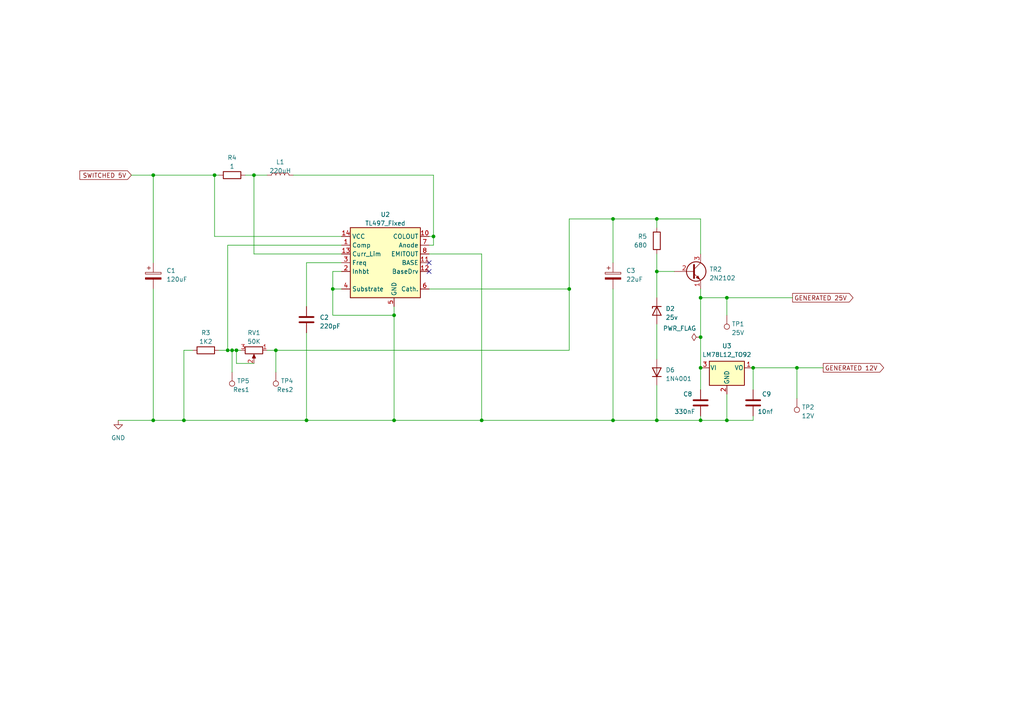
<source format=kicad_sch>
(kicad_sch (version 20231120) (generator "eeschema") (generator_version "8.0")
  (paper "A4")
  (title_block (title "EPROM Burner 2708 / 2716") (date "2023-09-01") (rev "2.6"))
  (lib_symbols
    (symbol "80bus:2N2102" (pin_names (offset 0) hide)
      (property "Reference" "Q" (at 5.08 1.905 0))
      (property "Value" "2N2102" (at 5.08 0 0))
      (symbol "2N2102_0_1"
        (polyline (pts (xy 0.635 0.635) (xy 2.54 2.54)))
        (polyline (pts (xy 0.635 -0.635) (xy 2.54 -2.54) (xy 2.54 -2.54)))
        (polyline (pts (xy 0.635 1.905) (xy 0.635 -1.905) (xy 0.635 -1.905)) (stroke (width 0.508)))
        (polyline (pts (xy 1.27 -1.778) (xy 1.778 -1.27) (xy 2.286 -2.286) (xy 1.27 -1.778) (xy 1.27 -1.778)) (fill (type outline)))
        (circle (center 1.27 0) (radius 2.8194) (stroke (width 0.254)))
      )
      (symbol "2N2102_1_1"
        (pin passive line (at 2.54 -5.08 90) (length 2.54) (name "E") (number "1"))
        (pin passive line (at -5.08 0 0) (length 5.715) (name "B") (number "2"))
        (pin passive line (at 2.54 5.08 270) (length 2.54) (name "C") (number "3"))
      )
    )
    (symbol "80bus:TL497_Fixed"
      (property "Reference" "U" (at -10.16 11.43 0))
      (property "Value" "TL497_Fixed" (at 1.27 11.43 0))
      (symbol "TL497_Fixed_0_1"
        (rectangle (start -10.16 10.16) (end 10.16 -10.16) (stroke (width 0.254)) (fill (type background)))
      )
      (symbol "TL497_Fixed_1_1"
        (pin input line (at -12.7 5.08 0) (length 2.54) (name "Comp") (number "1"))
        (pin open_collector line (at 12.7 7.62 180) (length 2.54) (name "COLOUT") (number "10"))
        (pin passive line (at 12.7 0 180) (length 2.54) (name "BASE") (number "11"))
        (pin passive line (at 12.7 -2.54 180) (length 2.54) (name "BaseDrv") (number "12"))
        (pin input line (at -12.7 2.54 0) (length 2.54) (name "Curr_Lim") (number "13"))
        (pin power_in line (at -12.7 7.62 0) (length 2.54) (name "VCC") (number "14"))
        (pin input line (at -12.7 -2.54 0) (length 2.54) (name "Inhbt") (number "2"))
        (pin input line (at -12.7 0 0) (length 2.54) (name "Freq") (number "3"))
        (pin input line (at -12.7 -7.62 0) (length 2.54) (name "Substrate") (number "4"))
        (pin power_in line (at 2.54 -12.7 90) (length 2.54) (name "GND") (number "5"))
        (pin passive line (at 12.7 -7.62 180) (length 2.54) (name "Cath.") (number "6"))
        (pin passive line (at 12.7 5.08 180) (length 2.54) (name "Anode") (number "7"))
        (pin power_in line (at 12.7 2.54 180) (length 2.54) (name "EMITOUT") (number "8"))
        (pin no_connect line (at -10.16 -5.08 0) (length 2.54) hide (name "NC") (number "9"))
      )
    )
    (symbol "Connector:TestPoint" (pin_numbers hide) (pin_names (offset 0.762) hide)
      (property "Reference" "TP" (at 0 6.858 0))
      (property "Value" "TestPoint" (at 0 5.08 0))
      (symbol "TestPoint_0_1"
        (circle (center 0 3.302) (radius 0.762))
      )
      (symbol "TestPoint_1_1"
        (pin passive line (at 0 0 90) (length 2.54) (name "1") (number "1"))
      )
    )
    (symbol "Device:C" (pin_numbers hide) (pin_names (offset 0.254))
      (property "Reference" "C" (at 0.635 2.54 0))
      (property "Value" "C" (at 0.635 -2.54 0))
      (symbol "C_0_1"
        (polyline (pts (xy -2.032 -0.762) (xy 2.032 -0.762)) (stroke (width 0.508)))
        (polyline (pts (xy -2.032 0.762) (xy 2.032 0.762)) (stroke (width 0.508)))
      )
      (symbol "C_1_1"
        (pin passive line (at 0 3.81 270) (length 2.794) (name "~") (number "1"))
        (pin passive line (at 0 -3.81 90) (length 2.794) (name "~") (number "2"))
      )
    )
    (symbol "Device:C_Polarized" (pin_numbers hide) (pin_names (offset 0.254))
      (property "Reference" "C" (at 0.635 2.54 0))
      (property "Value" "C_Polarized" (at 0.635 -2.54 0))
      (symbol "C_Polarized_0_1"
        (rectangle (start -2.286 0.508) (end 2.286 1.016))
        (polyline (pts (xy -1.778 2.286) (xy -0.762 2.286)))
        (polyline (pts (xy -1.27 2.794) (xy -1.27 1.778)))
        (rectangle (start 2.286 -0.508) (end -2.286 -1.016) (fill (type outline)))
      )
      (symbol "C_Polarized_1_1"
        (pin passive line (at 0 3.81 270) (length 2.794) (name "~") (number "1"))
        (pin passive line (at 0 -3.81 90) (length 2.794) (name "~") (number "2"))
      )
    )
    (symbol "Device:D_Zener" (pin_numbers hide) (pin_names (offset 1.016) hide)
      (property "Reference" "D" (at 0 2.54 0))
      (property "Value" "D_Zener" (at 0 -2.54 0))
      (symbol "D_Zener_0_1"
        (polyline (pts (xy 1.27 0) (xy -1.27 0)))
        (polyline (pts (xy -1.27 -1.27) (xy -1.27 1.27) (xy -0.762 1.27)) (stroke (width 0.254)))
        (polyline (pts (xy 1.27 -1.27) (xy 1.27 1.27) (xy -1.27 0) (xy 1.27 -1.27)) (stroke (width 0.254)))
      )
      (symbol "D_Zener_1_1"
        (pin passive line (at -3.81 0 0) (length 2.54) (name "K") (number "1"))
        (pin passive line (at 3.81 0 180) (length 2.54) (name "A") (number "2"))
      )
    )
    (symbol "Device:L" (pin_numbers hide) (pin_names (offset 1.016) hide)
      (property "Reference" "L" (at -1.27 0 90))
      (property "Value" "L" (at 1.905 0 90))
      (symbol "L_0_1"
        (arc (start 0 -2.54) (mid 0.6323 -1.905) (end 0 -1.27))
        (arc (start 0 -1.27) (mid 0.6323 -0.635) (end 0 0))
        (arc (start 0 0) (mid 0.6323 0.635) (end 0 1.27))
        (arc (start 0 1.27) (mid 0.6323 1.905) (end 0 2.54))
      )
      (symbol "L_1_1"
        (pin passive line (at 0 3.81 270) (length 1.27) (name "1") (number "1"))
        (pin passive line (at 0 -3.81 90) (length 1.27) (name "2") (number "2"))
      )
    )
    (symbol "Device:R" (pin_numbers hide) (pin_names (offset 0))
      (property "Reference" "R" (at 2.032 0 90))
      (property "Value" "R" (at 0 0 90))
      (symbol "R_0_1"
        (rectangle (start -1.016 -2.54) (end 1.016 2.54) (stroke (width 0.254)))
      )
      (symbol "R_1_1"
        (pin passive line (at 0 3.81 270) (length 1.27) (name "~") (number "1"))
        (pin passive line (at 0 -3.81 90) (length 1.27) (name "~") (number "2"))
      )
    )
    (symbol "Device:R_Potentiometer" (pin_names (offset 1.016) hide)
      (property "Reference" "RV" (at -4.445 0 90))
      (property "Value" "R_Potentiometer" (at -2.54 0 90))
      (symbol "R_Potentiometer_0_1"
        (polyline (pts (xy 2.54 0) (xy 1.524 0)))
        (polyline (pts (xy 1.143 0) (xy 2.286 0.508) (xy 2.286 -0.508) (xy 1.143 0)) (fill (type outline)))
        (rectangle (start 1.016 2.54) (end -1.016 -2.54) (stroke (width 0.254)))
      )
      (symbol "R_Potentiometer_1_1"
        (pin passive line (at 0 3.81 270) (length 1.27) (name "1") (number "1"))
        (pin passive line (at 3.81 0 180) (length 1.27) (name "2") (number "2"))
        (pin passive line (at 0 -3.81 90) (length 1.27) (name "3") (number "3"))
      )
    )
    (symbol "Diode:1N4001" (pin_numbers hide) (pin_names hide)
      (property "Reference" "D" (at 0 2.54 0))
      (property "Value" "1N4001" (at 0 -2.54 0))
      (symbol "1N4001_0_1"
        (polyline (pts (xy -1.27 1.27) (xy -1.27 -1.27)) (stroke (width 0.254)))
        (polyline (pts (xy 1.27 0) (xy -1.27 0)))
        (polyline (pts (xy 1.27 1.27) (xy 1.27 -1.27) (xy -1.27 0) (xy 1.27 1.27)) (stroke (width 0.254)))
      )
      (symbol "1N4001_1_1"
        (pin passive line (at -3.81 0 0) (length 2.54) (name "K") (number "1"))
        (pin passive line (at 3.81 0 180) (length 2.54) (name "A") (number "2"))
      )
    )
    (symbol "Regulator_Linear:LM78L12_TO92" (pin_names (offset 0.254))
      (property "Reference" "U" (at -3.81 3.175 0))
      (property "Value" "LM78L12_TO92" (at 0 3.175 0))
      (symbol "LM78L12_TO92_0_1"
        (rectangle (start -5.08 -5.08) (end 5.08 1.905) (stroke (width 0.254)) (fill (type background)))
      )
      (symbol "LM78L12_TO92_1_1"
        (pin power_out line (at 7.62 0 180) (length 2.54) (name "VO") (number "1"))
        (pin power_in line (at 0 -7.62 90) (length 2.54) (name "GND") (number "2"))
        (pin power_in line (at -7.62 0 0) (length 2.54) (name "VI") (number "3"))
      )
    )
    (symbol "power:GND" (power) (pin_names (offset 0))
      (property "Value" "GND" (at 0 -3.81 0))
      (symbol "GND_0_1"
        (polyline (pts (xy 0 0) (xy 0 -1.27) (xy 1.27 -1.27) (xy 0 -2.54) (xy -1.27 -1.27) (xy 0 -1.27)))
      )
      (symbol "GND_1_1"
        (pin power_in line (at 0 0 270) (length 0) hide (name "GND") (number "1"))
      )
    )
    (symbol "power:PWR_FLAG" (power) (pin_numbers hide) (pin_names (offset 0) hide)
      (property "Value" "PWR_FLAG" (at 0 3.81 0))
      (symbol "PWR_FLAG_0_0"
        (pin power_out line (at 0 0 90) (length 0) (name "pwr") (number "1"))
      )
      (symbol "PWR_FLAG_0_1"
        (polyline (pts (xy 0 0) (xy 0 1.27) (xy -1.016 1.905) (xy 0 2.54) (xy 1.016 1.905) (xy 0 1.27)))
      )
    )
  )
  (junction (at 210.82 121.92))
  (junction (at 53.34 121.92))
  (junction (at 125.73 68.58))
  (junction (at 218.44 106.68))
  (junction (at 80.01 101.6))
  (junction (at 96.52 83.82))
  (junction (at 231.14 106.68))
  (junction (at 177.8 63.5))
  (junction (at 73.66 50.8))
  (junction (at 67.31 101.6))
  (junction (at 203.2 121.92))
  (junction (at 210.82 86.36))
  (junction (at 190.5 78.74))
  (junction (at 62.23 50.8))
  (junction (at 44.45 50.8))
  (junction (at 139.7 121.92))
  (junction (at 68.58 101.6))
  (junction (at 190.5 63.5))
  (junction (at 165.1 83.82))
  (junction (at 190.5 121.92))
  (junction (at 203.2 106.68))
  (junction (at 114.3 91.44))
  (junction (at 203.2 86.36))
  (junction (at 114.3 121.92))
  (junction (at 66.04 101.6))
  (junction (at 88.9 121.92))
  (junction (at 203.2 97.79))
  (junction (at 44.45 121.92))
  (junction (at 177.8 121.92))
  (no_connect (at 124.46 76.2))
  (no_connect (at 124.46 78.74))
  (wire (pts (xy 190.5 121.92) (xy 203.2 121.92)))
  (wire (pts (xy 218.44 121.92) (xy 210.82 121.92)))
  (wire (pts (xy 190.5 63.5) (xy 177.8 63.5)))
  (wire (pts (xy 190.5 93.98) (xy 190.5 104.14)))
  (wire (pts (xy 88.9 96.52) (xy 88.9 121.92)))
  (wire (pts (xy 190.5 63.5) (xy 190.5 66.04)))
  (wire (pts (xy 125.73 71.12) (xy 124.46 71.12)))
  (wire (pts (xy 85.09 50.8) (xy 125.73 50.8)))
  (wire (pts (xy 114.3 121.92) (xy 139.7 121.92)))
  (wire (pts (xy 190.5 78.74) (xy 190.5 86.36)))
  (wire (pts (xy 77.47 101.6) (xy 80.01 101.6)))
  (wire (pts (xy 177.8 83.82) (xy 177.8 121.92)))
  (wire (pts (xy 34.29 121.92) (xy 44.45 121.92)))
  (wire (pts (xy 165.1 63.5) (xy 177.8 63.5)))
  (wire (pts (xy 99.06 76.2) (xy 88.9 76.2)))
  (wire (pts (xy 66.04 101.6) (xy 67.31 101.6)))
  (wire (pts (xy 80.01 101.6) (xy 165.1 101.6)))
  (wire (pts (xy 73.66 50.8) (xy 77.47 50.8)))
  (wire (pts (xy 96.52 83.82) (xy 99.06 83.82)))
  (wire (pts (xy 203.2 106.68) (xy 203.2 113.03)))
  (wire (pts (xy 177.8 121.92) (xy 190.5 121.92)))
  (wire (pts (xy 203.2 97.79) (xy 203.2 106.68)))
  (wire (pts (xy 203.2 83.82) (xy 203.2 86.36)))
  (wire (pts (xy 44.45 50.8) (xy 44.45 76.2)))
  (wire (pts (xy 53.34 121.92) (xy 88.9 121.92)))
  (wire (pts (xy 44.45 83.82) (xy 44.45 121.92)))
  (wire (pts (xy 218.44 120.65) (xy 218.44 121.92)))
  (wire (pts (xy 231.14 106.68) (xy 231.14 115.57)))
  (wire (pts (xy 114.3 88.9) (xy 114.3 91.44)))
  (wire (pts (xy 68.58 101.6) (xy 68.58 105.41)))
  (wire (pts (xy 177.8 63.5) (xy 177.8 76.2)))
  (wire (pts (xy 62.23 68.58) (xy 62.23 50.8)))
  (wire (pts (xy 218.44 106.68) (xy 231.14 106.68)))
  (wire (pts (xy 125.73 50.8) (xy 125.73 68.58)))
  (wire (pts (xy 203.2 120.65) (xy 203.2 121.92)))
  (wire (pts (xy 124.46 68.58) (xy 125.73 68.58)))
  (wire (pts (xy 124.46 83.82) (xy 165.1 83.82)))
  (wire (pts (xy 125.73 68.58) (xy 125.73 71.12)))
  (wire (pts (xy 88.9 76.2) (xy 88.9 88.9)))
  (wire (pts (xy 66.04 71.12) (xy 66.04 101.6)))
  (wire (pts (xy 96.52 78.74) (xy 96.52 83.82)))
  (wire (pts (xy 96.52 91.44) (xy 114.3 91.44)))
  (wire (pts (xy 67.31 101.6) (xy 67.31 107.95)))
  (wire (pts (xy 210.82 114.3) (xy 210.82 121.92)))
  (wire (pts (xy 165.1 83.82) (xy 165.1 63.5)))
  (wire (pts (xy 63.5 101.6) (xy 66.04 101.6)))
  (wire (pts (xy 99.06 78.74) (xy 96.52 78.74)))
  (wire (pts (xy 80.01 101.6) (xy 80.01 107.95)))
  (wire (pts (xy 96.52 83.82) (xy 96.52 91.44)))
  (wire (pts (xy 203.2 86.36) (xy 210.82 86.36)))
  (wire (pts (xy 62.23 50.8) (xy 63.5 50.8)))
  (wire (pts (xy 203.2 86.36) (xy 203.2 97.79)))
  (wire (pts (xy 190.5 111.76) (xy 190.5 121.92)))
  (wire (pts (xy 55.88 101.6) (xy 53.34 101.6)))
  (wire (pts (xy 99.06 71.12) (xy 66.04 71.12)))
  (wire (pts (xy 195.58 78.74) (xy 190.5 78.74)))
  (wire (pts (xy 203.2 121.92) (xy 210.82 121.92)))
  (wire (pts (xy 68.58 105.41) (xy 73.66 105.41)))
  (wire (pts (xy 210.82 86.36) (xy 210.82 91.44)))
  (wire (pts (xy 73.66 73.66) (xy 73.66 50.8)))
  (wire (pts (xy 44.45 121.92) (xy 53.34 121.92)))
  (wire (pts (xy 71.12 50.8) (xy 73.66 50.8)))
  (wire (pts (xy 114.3 91.44) (xy 114.3 121.92)))
  (wire (pts (xy 203.2 73.66) (xy 203.2 63.5)))
  (wire (pts (xy 190.5 63.5) (xy 203.2 63.5)))
  (wire (pts (xy 165.1 101.6) (xy 165.1 83.82)))
  (wire (pts (xy 99.06 73.66) (xy 73.66 73.66)))
  (wire (pts (xy 139.7 121.92) (xy 177.8 121.92)))
  (wire (pts (xy 88.9 121.92) (xy 114.3 121.92)))
  (wire (pts (xy 67.31 101.6) (xy 68.58 101.6)))
  (wire (pts (xy 68.58 101.6) (xy 69.85 101.6)))
  (wire (pts (xy 38.1 50.8) (xy 44.45 50.8)))
  (wire (pts (xy 124.46 73.66) (xy 139.7 73.66)))
  (wire (pts (xy 231.14 106.68) (xy 238.76 106.68)))
  (wire (pts (xy 53.34 101.6) (xy 53.34 121.92)))
  (wire (pts (xy 139.7 73.66) (xy 139.7 121.92)))
  (wire (pts (xy 218.44 106.68) (xy 218.44 113.03)))
  (wire (pts (xy 99.06 68.58) (xy 62.23 68.58)))
  (wire (pts (xy 210.82 86.36) (xy 229.87 86.36)))
  (wire (pts (xy 190.5 73.66) (xy 190.5 78.74)))
  (wire (pts (xy 44.45 50.8) (xy 62.23 50.8)))
  (global_label "SWITCHED 5V" (shape input) (at 38.1 50.8 180) (property "Intersheetrefs" "${INTERSHEET_REFS}" (effects (hide yes))))
  (global_label "GENERATED 25V" (shape output) (at 229.87 86.36 0) (property "Intersheetrefs" "${INTERSHEET_REFS}" (effects (hide yes))))
  (global_label "GENERATED 12V" (shape output) (at 238.76 106.68 0) (property "Intersheetrefs" "${INTERSHEET_REFS}" (effects (hide yes))))
  (symbol (lib_id "power:PWR_FLAG") (at 203.2 97.79 90) (unit 1)
    (property "Reference" "#FLG04" (effects (hide yes)))
    (property "Value" "PWR_FLAG" (at 201.93 95.25 90) (effects (justify left)))
  )
  (symbol (lib_id "Device:R") (at 67.31 50.8 90) (unit 1)
    (property "Reference" "R4" (at 67.31 45.72 90))
    (property "Value" "1" (at 67.31 48.26 90))
    (property "Footprint" "Resistor_THT:R_Axial_DIN0309_L9.0mm_D3.2mm_P12.70mm_Horizontal" (effects (hide yes)))
  )
  (symbol (lib_id "Device:R") (at 190.5 69.85 0) (mirror y) (unit 1)
    (property "Reference" "R5" (at 187.706 68.5799 0) (effects (justify left)))
    (property "Value" "680" (at 187.706 71.1199 0) (effects (justify left)))
    (property "Footprint" "Resistor_THT:R_Axial_DIN0309_L9.0mm_D3.2mm_P12.70mm_Horizontal" (effects (hide yes)))
  )
  (symbol (lib_id "power:GND") (at 34.29 121.92 0) (unit 1)
    (property "Reference" "#PWR08" (effects (hide yes)))
    (property "Value" "GND" (at 34.29 127 0))
  )
  (symbol (lib_id "Connector:TestPoint") (at 67.31 107.95 0) (mirror x) (unit 1)
    (property "Reference" "TP5" (at 72.39 110.49 0) (effects (justify right)))
    (property "Value" "Res1" (at 72.39 113.03 0) (effects (justify right)))
    (property "Footprint" "TestPoint:TestPoint_THTPad_2.0x2.0mm_Drill1.0mm" (effects (hide yes)))
  )
  (symbol (lib_id "Device:R") (at 59.69 101.6 90) (unit 1)
    (property "Reference" "R3" (at 59.69 96.52 90))
    (property "Value" "1K2" (at 59.69 99.06 90))
    (property "Footprint" "Resistor_THT:R_Axial_DIN0309_L9.0mm_D3.2mm_P12.70mm_Horizontal" (effects (hide yes)))
  )
  (symbol (lib_id "Device:C") (at 218.44 116.84 0) (unit 1)
    (property "Reference" "C9" (at 220.98 114.3 0) (effects (justify left)))
    (property "Value" "10nf" (at 219.71 119.38 0) (effects (justify left)))
    (property "Footprint" "Capacitor_THT:C_Disc_D5.0mm_W2.5mm_P5.00mm" (effects (hide yes)))
  )
  (symbol (lib_id "Device:C") (at 203.2 116.84 0) (unit 1)
    (property "Reference" "C8" (at 198.12 114.3 0) (effects (justify left)))
    (property "Value" "330nF" (at 195.58 119.38 0) (effects (justify left)))
    (property "Footprint" "Capacitor_THT:C_Disc_D5.0mm_W2.5mm_P5.00mm" (effects (hide yes)))
  )
  (symbol (lib_id "Device:C_Polarized") (at 177.8 80.01 0) (unit 1)
    (property "Reference" "C3" (at 181.61 78.486 0) (effects (justify left)))
    (property "Value" "22uF" (at 181.61 81.026 0) (effects (justify left)))
    (property "Footprint" "Capacitor_THT:CP_Radial_D5.0mm_P2.50mm" (effects (hide yes)))
  )
  (symbol (lib_id "Device:L") (at 81.28 50.8 90) (unit 1)
    (property "Reference" "L1" (at 81.28 46.99 90))
    (property "Value" "220uH" (at 81.28 49.53 90))
    (property "Footprint" "Inductor_THT:L_Radial_D7.8mm_P5.00mm_Fastron_07HCP" (effects (hide yes)))
  )
  (symbol (lib_id "Device:C_Polarized") (at 44.45 80.01 0) (unit 1)
    (property "Reference" "C1" (at 48.26 78.486 0) (effects (justify left)))
    (property "Value" "120uF" (at 48.26 81.026 0) (effects (justify left)))
    (property "Footprint" "Capacitor_THT:CP_Radial_D10.0mm_P5.00mm" (effects (hide yes)))
  )
  (symbol (lib_id "Device:D_Zener") (at 190.5 90.17 90) (mirror x) (unit 1)
    (property "Reference" "D2" (at 193.04 89.535 90) (effects (justify right)))
    (property "Value" "25v" (at 193.04 92.075 90) (effects (justify right)))
    (property "Footprint" "Diode_THT:D_DO-41_SOD81_P12.70mm_Horizontal" (effects (hide yes)))
  )
  (symbol (lib_id "Connector:TestPoint") (at 210.82 91.44 0) (mirror x) (unit 1)
    (property "Reference" "TP1" (at 215.9 93.98 0) (effects (justify right)))
    (property "Value" "25V" (at 215.9 96.52 0) (effects (justify right)))
    (property "Footprint" "TestPoint:TestPoint_THTPad_2.0x2.0mm_Drill1.0mm" (effects (hide yes)))
  )
  (symbol (lib_id "Device:R_Potentiometer") (at 73.66 101.6 270) (unit 1)
    (property "Reference" "RV1" (at 73.66 96.52 90))
    (property "Value" "50K" (at 73.66 99.06 90))
    (property "Footprint" "Potentiometer_THT:Potentiometer_Vishay_43_Horizontal" (effects (hide yes)))
  )
  (symbol (lib_id "Diode:1N4001") (at 190.5 107.95 90) (unit 1)
    (property "Reference" "D6" (at 193.04 107.315 90) (effects (justify right)))
    (property "Value" "1N4001" (at 193.04 109.855 90) (effects (justify right)))
    (property "Footprint" "Diode_THT:D_DO-41_SOD81_P12.70mm_Horizontal" (effects (hide yes)))
    (property "Datasheet" "http://www.vishay.com/docs/88503/1n4001.pdf" (effects (hide yes)))
    (property "Sim.Device" "D" (effects (hide yes)))
    (property "Sim.Pins" "1=K 2=A" (effects (hide yes)))
  )
  (symbol (lib_id "80bus:TL497_Fixed") (at 111.76 76.2 0) (unit 1)
    (property "Reference" "U2" (at 111.76 62.23 0))
    (property "Value" "TL497_Fixed" (at 111.76 64.77 0))
    (property "Footprint" "Package_DIP:DIP-14_W7.62mm_Socket" (effects (hide yes)))
    (property "Datasheet" "http://www.ti.com/lit/ds/symlink/tl497a.pdf" (effects (hide yes)))
  )
  (symbol (lib_id "Connector:TestPoint") (at 231.14 115.57 0) (mirror x) (unit 1)
    (property "Reference" "TP2" (at 236.22 118.11 0) (effects (justify right)))
    (property "Value" "12V" (at 236.22 120.65 0) (effects (justify right)))
    (property "Footprint" "TestPoint:TestPoint_THTPad_2.0x2.0mm_Drill1.0mm" (effects (hide yes)))
  )
  (symbol (lib_id "80bus:2N2102") (at 200.66 78.74 0) (unit 1)
    (property "Reference" "TR2" (at 205.74 78.105 0) (effects (justify left)))
    (property "Value" "2N2102" (at 205.74 80.645 0) (effects (justify left)))
    (property "Footprint" "Package_TO_SOT_THT:TO-39-3" (effects (hide yes)))
    (property "Datasheet" "http://www.onsemi.com/pub_link/Collateral/2N2102-D.PDF" (effects (hide yes)))
  )
  (symbol (lib_id "Device:C") (at 88.9 92.71 0) (unit 1)
    (property "Reference" "C2" (at 92.71 92.075 0) (effects (justify left)))
    (property "Value" "220pF" (at 92.71 94.615 0) (effects (justify left)))
    (property "Footprint" "Capacitor_THT:C_Disc_D5.0mm_W2.5mm_P5.00mm" (effects (hide yes)))
  )
  (symbol (lib_id "Connector:TestPoint") (at 80.01 107.95 0) (mirror x) (unit 1)
    (property "Reference" "TP4" (at 85.09 110.49 0) (effects (justify right)))
    (property "Value" "Res2" (at 85.09 113.03 0) (effects (justify right)))
    (property "Footprint" "TestPoint:TestPoint_THTPad_2.0x2.0mm_Drill1.0mm" (effects (hide yes)))
  )
  (symbol (lib_id "Regulator_Linear:LM78L12_TO92") (at 210.82 106.68 0) (unit 1)
    (property "Reference" "U3" (at 210.82 100.33 0))
    (property "Value" "LM78L12_TO92" (at 210.82 102.87 0))
    (property "Footprint" "Package_TO_SOT_THT:TO-92_Inline_Wide" (effects (hide yes)))
    (property "Datasheet" "https://www.onsemi.com/pub/Collateral/MC78L06A-D.pdf" (effects (hide yes)))
  )
)
</source>
